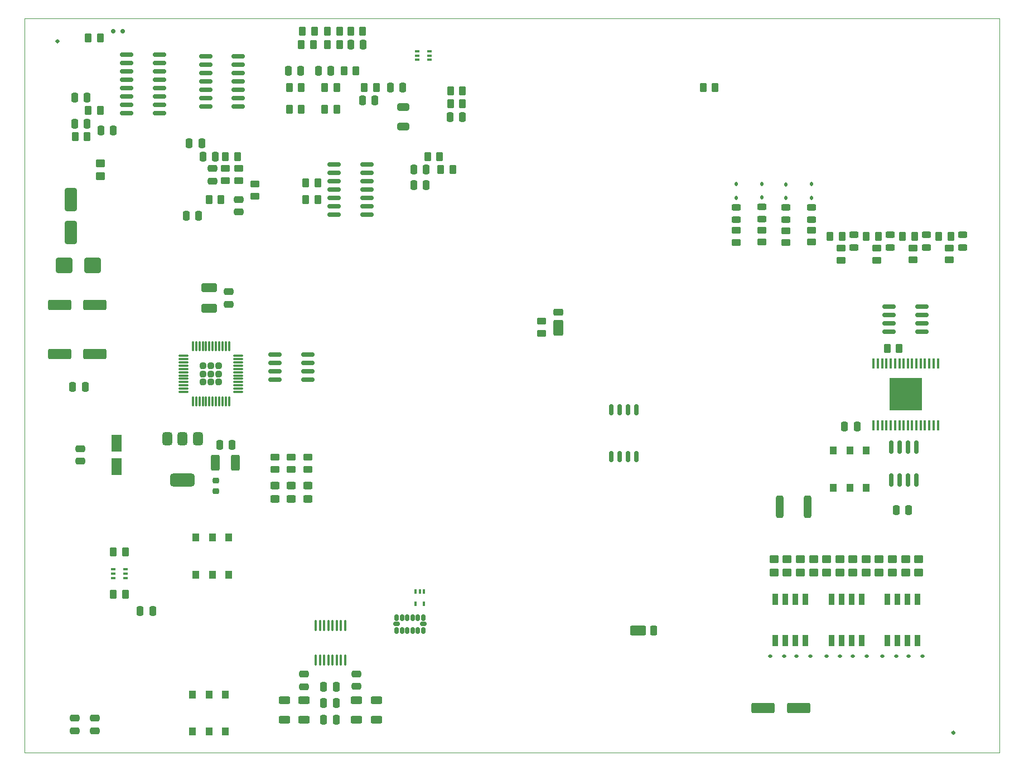
<source format=gbr>
%TF.GenerationSoftware,KiCad,Pcbnew,9.0.0*%
%TF.CreationDate,2025-08-01T10:40:34+02:00*%
%TF.ProjectId,ECU,4543552e-6b69-4636-9164-5f7063625858,0.3*%
%TF.SameCoordinates,Original*%
%TF.FileFunction,Paste,Top*%
%TF.FilePolarity,Positive*%
%FSLAX46Y46*%
G04 Gerber Fmt 4.6, Leading zero omitted, Abs format (unit mm)*
G04 Created by KiCad (PCBNEW 9.0.0) date 2025-08-01 10:40:34*
%MOMM*%
%LPD*%
G01*
G04 APERTURE LIST*
G04 Aperture macros list*
%AMRoundRect*
0 Rectangle with rounded corners*
0 $1 Rounding radius*
0 $2 $3 $4 $5 $6 $7 $8 $9 X,Y pos of 4 corners*
0 Add a 4 corners polygon primitive as box body*
4,1,4,$2,$3,$4,$5,$6,$7,$8,$9,$2,$3,0*
0 Add four circle primitives for the rounded corners*
1,1,$1+$1,$2,$3*
1,1,$1+$1,$4,$5*
1,1,$1+$1,$6,$7*
1,1,$1+$1,$8,$9*
0 Add four rect primitives between the rounded corners*
20,1,$1+$1,$2,$3,$4,$5,0*
20,1,$1+$1,$4,$5,$6,$7,0*
20,1,$1+$1,$6,$7,$8,$9,0*
20,1,$1+$1,$8,$9,$2,$3,0*%
G04 Aperture macros list end*
%ADD10RoundRect,0.250000X0.250000X0.475000X-0.250000X0.475000X-0.250000X-0.475000X0.250000X-0.475000X0*%
%ADD11RoundRect,0.242500X-0.242500X-0.242500X0.242500X-0.242500X0.242500X0.242500X-0.242500X0.242500X0*%
%ADD12RoundRect,0.075000X-0.662500X-0.075000X0.662500X-0.075000X0.662500X0.075000X-0.662500X0.075000X0*%
%ADD13RoundRect,0.075000X-0.075000X-0.662500X0.075000X-0.662500X0.075000X0.662500X-0.075000X0.662500X0*%
%ADD14RoundRect,0.250000X0.450000X-0.350000X0.450000X0.350000X-0.450000X0.350000X-0.450000X-0.350000X0*%
%ADD15RoundRect,0.250000X-1.500000X-0.550000X1.500000X-0.550000X1.500000X0.550000X-1.500000X0.550000X0*%
%ADD16RoundRect,0.243750X-0.456250X0.243750X-0.456250X-0.243750X0.456250X-0.243750X0.456250X0.243750X0*%
%ADD17R,1.000000X1.150000*%
%ADD18RoundRect,0.250000X0.450000X-0.325000X0.450000X0.325000X-0.450000X0.325000X-0.450000X-0.325000X0*%
%ADD19RoundRect,0.250000X-0.450000X0.262500X-0.450000X-0.262500X0.450000X-0.262500X0.450000X0.262500X0*%
%ADD20RoundRect,0.250000X0.262500X0.450000X-0.262500X0.450000X-0.262500X-0.450000X0.262500X-0.450000X0*%
%ADD21RoundRect,0.250000X-0.262500X-0.450000X0.262500X-0.450000X0.262500X0.450000X-0.262500X0.450000X0*%
%ADD22RoundRect,0.250000X0.650000X-1.500000X0.650000X1.500000X-0.650000X1.500000X-0.650000X-1.500000X0*%
%ADD23RoundRect,0.112500X-0.187500X-0.112500X0.187500X-0.112500X0.187500X0.112500X-0.187500X0.112500X0*%
%ADD24RoundRect,0.112500X0.187500X0.112500X-0.187500X0.112500X-0.187500X-0.112500X0.187500X-0.112500X0*%
%ADD25R,0.900000X1.700000*%
%ADD26RoundRect,0.250000X0.950000X0.500000X-0.950000X0.500000X-0.950000X-0.500000X0.950000X-0.500000X0*%
%ADD27RoundRect,0.250000X0.275000X0.500000X-0.275000X0.500000X-0.275000X-0.500000X0.275000X-0.500000X0*%
%ADD28RoundRect,0.250000X-0.420000X-0.945000X0.420000X-0.945000X0.420000X0.945000X-0.420000X0.945000X0*%
%ADD29RoundRect,0.250000X-0.475000X0.250000X-0.475000X-0.250000X0.475000X-0.250000X0.475000X0.250000X0*%
%ADD30RoundRect,0.250000X0.450000X-0.262500X0.450000X0.262500X-0.450000X0.262500X-0.450000X-0.262500X0*%
%ADD31RoundRect,0.100000X-0.225000X-0.100000X0.225000X-0.100000X0.225000X0.100000X-0.225000X0.100000X0*%
%ADD32RoundRect,0.150000X-0.825000X-0.150000X0.825000X-0.150000X0.825000X0.150000X-0.825000X0.150000X0*%
%ADD33RoundRect,0.250000X0.475000X-0.250000X0.475000X0.250000X-0.475000X0.250000X-0.475000X-0.250000X0*%
%ADD34RoundRect,0.250000X-0.250000X-0.475000X0.250000X-0.475000X0.250000X0.475000X-0.250000X0.475000X0*%
%ADD35RoundRect,0.250000X-0.450000X0.350000X-0.450000X-0.350000X0.450000X-0.350000X0.450000X0.350000X0*%
%ADD36RoundRect,0.150000X-0.150000X0.325000X-0.150000X-0.325000X0.150000X-0.325000X0.150000X0.325000X0*%
%ADD37RoundRect,0.150000X-0.325000X0.150000X-0.325000X-0.150000X0.325000X-0.150000X0.325000X0.150000X0*%
%ADD38RoundRect,0.250000X0.625000X-0.312500X0.625000X0.312500X-0.625000X0.312500X-0.625000X-0.312500X0*%
%ADD39RoundRect,0.112500X-0.112500X0.187500X-0.112500X-0.187500X0.112500X-0.187500X0.112500X0.187500X0*%
%ADD40RoundRect,0.162500X0.162500X-0.650000X0.162500X0.650000X-0.162500X0.650000X-0.162500X-0.650000X0*%
%ADD41RoundRect,0.375000X-0.375000X0.625000X-0.375000X-0.625000X0.375000X-0.625000X0.375000X0.625000X0*%
%ADD42RoundRect,0.500000X-1.400000X0.500000X-1.400000X-0.500000X1.400000X-0.500000X1.400000X0.500000X0*%
%ADD43RoundRect,0.250000X-0.500000X0.950000X-0.500000X-0.950000X0.500000X-0.950000X0.500000X0.950000X0*%
%ADD44RoundRect,0.250000X-0.500000X0.275000X-0.500000X-0.275000X0.500000X-0.275000X0.500000X0.275000X0*%
%ADD45R,0.431800X1.600200*%
%ADD46R,4.953000X4.953000*%
%ADD47RoundRect,0.218750X-0.256250X0.218750X-0.256250X-0.218750X0.256250X-0.218750X0.256250X0.218750X0*%
%ADD48RoundRect,0.150000X-0.150000X-0.200000X0.150000X-0.200000X0.150000X0.200000X-0.150000X0.200000X0*%
%ADD49RoundRect,0.250000X0.312500X1.450000X-0.312500X1.450000X-0.312500X-1.450000X0.312500X-1.450000X0*%
%ADD50RoundRect,0.100000X-0.100000X0.225000X-0.100000X-0.225000X0.100000X-0.225000X0.100000X0.225000X0*%
%ADD51RoundRect,0.250000X-0.625000X0.312500X-0.625000X-0.312500X0.625000X-0.312500X0.625000X0.312500X0*%
%ADD52RoundRect,0.150000X0.150000X-0.825000X0.150000X0.825000X-0.150000X0.825000X-0.150000X-0.825000X0*%
%ADD53RoundRect,0.100000X-0.100000X0.712500X-0.100000X-0.712500X0.100000X-0.712500X0.100000X0.712500X0*%
%ADD54RoundRect,0.250000X-0.945000X0.420000X-0.945000X-0.420000X0.945000X-0.420000X0.945000X0.420000X0*%
%ADD55RoundRect,0.250000X-0.550000X1.050000X-0.550000X-1.050000X0.550000X-1.050000X0.550000X1.050000X0*%
%ADD56RoundRect,0.250000X-0.650000X0.325000X-0.650000X-0.325000X0.650000X-0.325000X0.650000X0.325000X0*%
%ADD57RoundRect,0.150000X0.825000X0.150000X-0.825000X0.150000X-0.825000X-0.150000X0.825000X-0.150000X0*%
%ADD58RoundRect,0.250000X-1.000000X-0.900000X1.000000X-0.900000X1.000000X0.900000X-1.000000X0.900000X0*%
%ADD59C,0.350000*%
%TA.AperFunction,Profile*%
%ADD60C,0.050000*%
%TD*%
G04 APERTURE END LIST*
D10*
%TO.C,C10*%
X112315000Y-138500000D03*
X110415000Y-138500000D03*
%TD*%
D11*
%TO.C,U15*%
X92100000Y-84800000D03*
X92100000Y-86000000D03*
X92100000Y-87200000D03*
X93300000Y-84800000D03*
X93300000Y-86000000D03*
X93300000Y-87200000D03*
X94500000Y-84800000D03*
X94500000Y-86000000D03*
X94500000Y-87200000D03*
D12*
X89137500Y-83250000D03*
X89137500Y-83750000D03*
X89137500Y-84250000D03*
X89137500Y-84750000D03*
X89137500Y-85250000D03*
X89137500Y-85750000D03*
X89137500Y-86250000D03*
X89137500Y-86750000D03*
X89137500Y-87250000D03*
X89137500Y-87750000D03*
X89137500Y-88250000D03*
X89137500Y-88750000D03*
D13*
X90550000Y-90162500D03*
X91050000Y-90162500D03*
X91550000Y-90162500D03*
X92050000Y-90162500D03*
X92550000Y-90162500D03*
X93050000Y-90162500D03*
X93550000Y-90162500D03*
X94050000Y-90162500D03*
X94550000Y-90162500D03*
X95050000Y-90162500D03*
X95550000Y-90162500D03*
X96050000Y-90162500D03*
D12*
X97462500Y-88750000D03*
X97462500Y-88250000D03*
X97462500Y-87750000D03*
X97462500Y-87250000D03*
X97462500Y-86750000D03*
X97462500Y-86250000D03*
X97462500Y-85750000D03*
X97462500Y-85250000D03*
X97462500Y-84750000D03*
X97462500Y-84250000D03*
X97462500Y-83750000D03*
X97462500Y-83250000D03*
D13*
X96050000Y-81837500D03*
X95550000Y-81837500D03*
X95050000Y-81837500D03*
X94550000Y-81837500D03*
X94050000Y-81837500D03*
X93550000Y-81837500D03*
X93050000Y-81837500D03*
X92550000Y-81837500D03*
X92050000Y-81837500D03*
X91550000Y-81837500D03*
X91050000Y-81837500D03*
X90550000Y-81837500D03*
%TD*%
D14*
%TO.C,R54*%
X190765000Y-116150000D03*
X190765000Y-114150000D03*
%TD*%
D15*
%TO.C,C38*%
X70300000Y-83000000D03*
X75700000Y-83000000D03*
%TD*%
D16*
%TO.C,D19*%
X184500000Y-60675000D03*
X184500000Y-62550000D03*
%TD*%
D17*
%TO.C,SW1*%
X91000000Y-110850000D03*
X93500000Y-110850000D03*
X96000000Y-110850000D03*
X91000000Y-116500000D03*
X93500000Y-116500000D03*
X96000000Y-116500000D03*
%TD*%
D18*
%TO.C,D34*%
X108000000Y-105000000D03*
X108000000Y-102950000D03*
%TD*%
D16*
%TO.C,D18*%
X173000000Y-60704166D03*
X173000000Y-62579166D03*
%TD*%
D19*
%TO.C,R67*%
X105500000Y-98675000D03*
X105500000Y-100500000D03*
%TD*%
D20*
%TO.C,R47*%
X130000000Y-55000000D03*
X128175000Y-55000000D03*
%TD*%
D10*
%TO.C,C13*%
X131500000Y-47000000D03*
X129600000Y-47000000D03*
%TD*%
D21*
%TO.C,R50*%
X126175000Y-53000000D03*
X128000000Y-53000000D03*
%TD*%
D10*
%TO.C,C18*%
X74500000Y-44000000D03*
X72600000Y-44000000D03*
%TD*%
D22*
%TO.C,D33*%
X72000000Y-64500000D03*
X72000000Y-59500000D03*
%TD*%
D18*
%TO.C,D36*%
X103000000Y-105000000D03*
X103000000Y-102950000D03*
%TD*%
D21*
%TO.C,R43*%
X111000000Y-36000000D03*
X112825000Y-36000000D03*
%TD*%
D23*
%TO.C,D26*%
X186715000Y-128888500D03*
X188815000Y-128888500D03*
%TD*%
D24*
%TO.C,D30*%
X184315000Y-128888500D03*
X182215000Y-128888500D03*
%TD*%
D21*
%TO.C,R44*%
X110585000Y-42500000D03*
X112410000Y-42500000D03*
%TD*%
D10*
%TO.C,C20*%
X93950000Y-53000000D03*
X92050000Y-53000000D03*
%TD*%
D25*
%TO.C,IC2*%
X192060000Y-120238500D03*
X190530000Y-120238500D03*
X189000000Y-120238500D03*
X187470000Y-120238500D03*
X187470000Y-126538500D03*
X189000000Y-126538500D03*
X190530000Y-126538500D03*
X192060000Y-126538500D03*
%TD*%
D21*
%TO.C,R33*%
X95500000Y-53000000D03*
X97325000Y-53000000D03*
%TD*%
D15*
%TO.C,C31*%
X177100000Y-136738500D03*
X182500000Y-136738500D03*
%TD*%
D26*
%TO.C,D27*%
X158150000Y-125000000D03*
D27*
X160525000Y-125000000D03*
%TD*%
D28*
%TO.C,C36*%
X93960000Y-99500000D03*
X97040000Y-99500000D03*
%TD*%
D20*
%TO.C,R17*%
X197765000Y-82100000D03*
X195940000Y-82100000D03*
%TD*%
D29*
%TO.C,C6*%
X115415000Y-131550000D03*
X115415000Y-133450000D03*
%TD*%
D30*
%TO.C,R10*%
X194400000Y-68725000D03*
X194400000Y-66900000D03*
%TD*%
D29*
%TO.C,C32*%
X96000000Y-73520000D03*
X96000000Y-75420000D03*
%TD*%
D20*
%TO.C,R31*%
X76500000Y-46000000D03*
X74675000Y-46000000D03*
%TD*%
D17*
%TO.C,SW2*%
X90500000Y-134675000D03*
X93000000Y-134675000D03*
X95500000Y-134675000D03*
X90500000Y-140325000D03*
X93000000Y-140325000D03*
X95500000Y-140325000D03*
%TD*%
D31*
%TO.C,Q2*%
X124600000Y-37000000D03*
X124600000Y-37650000D03*
X124600000Y-38300000D03*
X126500000Y-38300000D03*
X126500000Y-37650000D03*
X126500000Y-37000000D03*
%TD*%
D21*
%TO.C,R11*%
X192787500Y-65100000D03*
X194612500Y-65100000D03*
%TD*%
D19*
%TO.C,R13*%
X176900000Y-64145833D03*
X176900000Y-65970833D03*
%TD*%
D29*
%TO.C,C21*%
X97500000Y-59500000D03*
X97500000Y-61400000D03*
%TD*%
D32*
%TO.C,U14*%
X112025000Y-54190000D03*
X112025000Y-55460000D03*
X112025000Y-56730000D03*
X112025000Y-58000000D03*
X112025000Y-59270000D03*
X112025000Y-60540000D03*
X112025000Y-61810000D03*
X116975000Y-61810000D03*
X116975000Y-60540000D03*
X116975000Y-59270000D03*
X116975000Y-58000000D03*
X116975000Y-56730000D03*
X116975000Y-55460000D03*
X116975000Y-54190000D03*
%TD*%
D17*
%TO.C,SW4*%
X187765000Y-97650000D03*
X190265000Y-97650000D03*
X192765000Y-97650000D03*
X187765000Y-103300000D03*
X190265000Y-103300000D03*
X192765000Y-103300000D03*
%TD*%
D33*
%TO.C,C4*%
X75650000Y-140205000D03*
X75650000Y-138305000D03*
%TD*%
D16*
%TO.C,D5*%
X176900000Y-60645833D03*
X176900000Y-62520833D03*
%TD*%
D25*
%TO.C,IC4*%
X200560000Y-120238500D03*
X199030000Y-120238500D03*
X197500000Y-120238500D03*
X195970000Y-120238500D03*
X195970000Y-126538500D03*
X197500000Y-126538500D03*
X199030000Y-126538500D03*
X200560000Y-126538500D03*
%TD*%
D21*
%TO.C,R16*%
X203800000Y-65100000D03*
X205625000Y-65100000D03*
%TD*%
D34*
%TO.C,C40*%
X72300000Y-88000000D03*
X74200000Y-88000000D03*
%TD*%
D21*
%TO.C,R32*%
X74675000Y-35000000D03*
X76500000Y-35000000D03*
%TD*%
%TO.C,R51*%
X129675000Y-43000000D03*
X131500000Y-43000000D03*
%TD*%
D16*
%TO.C,D2*%
X196400000Y-64900000D03*
X196400000Y-66775000D03*
%TD*%
D30*
%TO.C,R35*%
X95500000Y-56650000D03*
X95500000Y-54825000D03*
%TD*%
D14*
%TO.C,R61*%
X194750000Y-116150000D03*
X194750000Y-114150000D03*
%TD*%
%TO.C,R60*%
X200750000Y-116150000D03*
X200750000Y-114150000D03*
%TD*%
D35*
%TO.C,R65*%
X196750000Y-114150000D03*
X196750000Y-116150000D03*
%TD*%
D14*
%TO.C,R53*%
X188765000Y-116150000D03*
X188765000Y-114150000D03*
%TD*%
D21*
%TO.C,R46*%
X110585000Y-45850000D03*
X112410000Y-45850000D03*
%TD*%
D29*
%TO.C,C37*%
X73500000Y-97350000D03*
X73500000Y-99250000D03*
%TD*%
D21*
%TO.C,R42*%
X116587500Y-42500000D03*
X118412500Y-42500000D03*
%TD*%
D19*
%TO.C,R21*%
X184500000Y-64175000D03*
X184500000Y-66000000D03*
%TD*%
D35*
%TO.C,R62*%
X178765000Y-114150000D03*
X178765000Y-116150000D03*
%TD*%
D30*
%TO.C,R9*%
X199900000Y-68712500D03*
X199900000Y-66887500D03*
%TD*%
D36*
%TO.C,U4*%
X125500000Y-123000000D03*
X124700000Y-123000000D03*
X123900000Y-123000000D03*
X123100000Y-123000000D03*
X122300000Y-123000000D03*
X121500000Y-123000000D03*
D37*
X121500000Y-124000000D03*
D36*
X121500000Y-125000000D03*
X122300000Y-125000000D03*
X123100000Y-125000000D03*
X123900000Y-125000000D03*
X124700000Y-125000000D03*
X125500000Y-125000000D03*
D37*
X125500000Y-124000000D03*
%TD*%
D38*
%TO.C,R6*%
X115415000Y-138500000D03*
X115415000Y-135575000D03*
%TD*%
D14*
%TO.C,R58*%
X180765000Y-116150000D03*
X180765000Y-114150000D03*
%TD*%
D24*
%TO.C,D25*%
X192815000Y-128888500D03*
X190715000Y-128888500D03*
%TD*%
D21*
%TO.C,R27*%
X72675000Y-50000000D03*
X74500000Y-50000000D03*
%TD*%
D16*
%TO.C,D1*%
X201900000Y-64900000D03*
X201900000Y-66775000D03*
%TD*%
D31*
%TO.C,Q1*%
X78450000Y-115700000D03*
X78450000Y-116350000D03*
X78450000Y-117000000D03*
X80350000Y-117000000D03*
X80350000Y-116350000D03*
X80350000Y-115700000D03*
%TD*%
D21*
%TO.C,R3*%
X78487500Y-113000000D03*
X80312500Y-113000000D03*
%TD*%
D39*
%TO.C,D11*%
X180600000Y-57208333D03*
X180600000Y-59308333D03*
%TD*%
D35*
%TO.C,R28*%
X76500000Y-54000000D03*
X76500000Y-56000000D03*
%TD*%
D34*
%TO.C,C29*%
X124100000Y-57315000D03*
X126000000Y-57315000D03*
%TD*%
D38*
%TO.C,R7*%
X107415000Y-138500000D03*
X107415000Y-135575000D03*
%TD*%
D34*
%TO.C,C11*%
X197315000Y-106650000D03*
X199215000Y-106650000D03*
%TD*%
D19*
%TO.C,R69*%
X143500000Y-78000000D03*
X143500000Y-79825000D03*
%TD*%
D16*
%TO.C,D22*%
X207400000Y-64900000D03*
X207400000Y-66775000D03*
%TD*%
D40*
%TO.C,U17*%
X154095000Y-98587500D03*
X155365000Y-98587500D03*
X156635000Y-98587500D03*
X157905000Y-98587500D03*
X157905000Y-91412500D03*
X156635000Y-91412500D03*
X155365000Y-91412500D03*
X154095000Y-91412500D03*
%TD*%
D14*
%TO.C,R55*%
X186765000Y-116150000D03*
X186765000Y-114150000D03*
%TD*%
D10*
%TO.C,C23*%
X116400000Y-36000000D03*
X114500000Y-36000000D03*
%TD*%
D21*
%TO.C,R57*%
X168000000Y-42500000D03*
X169825000Y-42500000D03*
%TD*%
D41*
%TO.C,Q3*%
X91300000Y-95850000D03*
X89000000Y-95850000D03*
D42*
X89000000Y-102150000D03*
D41*
X86700000Y-95850000D03*
%TD*%
D43*
%TO.C,D37*%
X146000000Y-79000000D03*
D44*
X146000000Y-76625000D03*
%TD*%
D32*
%TO.C,U12*%
X92500000Y-37730000D03*
X92500000Y-39000000D03*
X92500000Y-40270000D03*
X92500000Y-41540000D03*
X92500000Y-42810000D03*
X92500000Y-44080000D03*
X92500000Y-45350000D03*
X97450000Y-45350000D03*
X97450000Y-44080000D03*
X97450000Y-42810000D03*
X97450000Y-41540000D03*
X97450000Y-40270000D03*
X97450000Y-39000000D03*
X97450000Y-37730000D03*
%TD*%
D21*
%TO.C,R38*%
X111000000Y-34000000D03*
X112825000Y-34000000D03*
%TD*%
%TO.C,R14*%
X187292500Y-65100000D03*
X189117500Y-65100000D03*
%TD*%
D34*
%TO.C,C34*%
X94590000Y-96787500D03*
X96490000Y-96787500D03*
%TD*%
D23*
%TO.C,D31*%
X178215000Y-128888500D03*
X180315000Y-128888500D03*
%TD*%
D45*
%TO.C,U7*%
X203641800Y-84401000D03*
X202981400Y-84401000D03*
X202346400Y-84401000D03*
X201686000Y-84401000D03*
X201051000Y-84401000D03*
X200390600Y-84401000D03*
X199730200Y-84401000D03*
X199095200Y-84401000D03*
X198434800Y-84401000D03*
X197799800Y-84401000D03*
X197139400Y-84401000D03*
X196479000Y-84401000D03*
X195844000Y-84401000D03*
X195183600Y-84401000D03*
X194548600Y-84401000D03*
X193888200Y-84401000D03*
X193888200Y-93799000D03*
X194548600Y-93799000D03*
X195183600Y-93799000D03*
X195844000Y-93799000D03*
X196479000Y-93799000D03*
X197139400Y-93799000D03*
X197799800Y-93799000D03*
X198434800Y-93799000D03*
X199095200Y-93799000D03*
X199730200Y-93799000D03*
X200390600Y-93799000D03*
X201051000Y-93799000D03*
X201686000Y-93799000D03*
X202346400Y-93799000D03*
X202981400Y-93799000D03*
X203641800Y-93799000D03*
D46*
X198765000Y-89100000D03*
%TD*%
D21*
%TO.C,R29*%
X129675000Y-45000000D03*
X131500000Y-45000000D03*
%TD*%
%TO.C,R12*%
X198287500Y-65100000D03*
X200112500Y-65100000D03*
%TD*%
%TO.C,R41*%
X105175000Y-45850000D03*
X107000000Y-45850000D03*
%TD*%
D18*
%TO.C,D35*%
X105500000Y-105000000D03*
X105500000Y-102950000D03*
%TD*%
D39*
%TO.C,D15*%
X184500000Y-57150000D03*
X184500000Y-59250000D03*
%TD*%
D21*
%TO.C,R4*%
X78487500Y-119500000D03*
X80312500Y-119500000D03*
%TD*%
%TO.C,R39*%
X105175000Y-42500000D03*
X107000000Y-42500000D03*
%TD*%
D33*
%TO.C,C24*%
X93500000Y-56725000D03*
X93500000Y-54825000D03*
%TD*%
D19*
%TO.C,R66*%
X108000000Y-98675000D03*
X108000000Y-100500000D03*
%TD*%
%TO.C,R20*%
X173000000Y-64204166D03*
X173000000Y-66029166D03*
%TD*%
D24*
%TO.C,D28*%
X201315000Y-128888500D03*
X199215000Y-128888500D03*
%TD*%
D25*
%TO.C,IC3*%
X183560000Y-120238500D03*
X182030000Y-120238500D03*
X180500000Y-120238500D03*
X178970000Y-120238500D03*
X178970000Y-126538500D03*
X180500000Y-126538500D03*
X182030000Y-126538500D03*
X183560000Y-126538500D03*
%TD*%
D21*
%TO.C,R45*%
X107000000Y-36000000D03*
X108825000Y-36000000D03*
%TD*%
D10*
%TO.C,C3*%
X84450000Y-122000000D03*
X82550000Y-122000000D03*
%TD*%
D47*
%TO.C,F2*%
X94000000Y-102212500D03*
X94000000Y-103787500D03*
%TD*%
D21*
%TO.C,R40*%
X107175000Y-34000000D03*
X109000000Y-34000000D03*
%TD*%
D30*
%TO.C,R23*%
X188950000Y-68725000D03*
X188950000Y-66900000D03*
%TD*%
D29*
%TO.C,C5*%
X72600000Y-138305000D03*
X72600000Y-140205000D03*
%TD*%
D30*
%TO.C,R36*%
X100000000Y-59000000D03*
X100000000Y-57175000D03*
%TD*%
D34*
%TO.C,C30*%
X124100000Y-55000000D03*
X126000000Y-55000000D03*
%TD*%
D21*
%TO.C,R52*%
X107675000Y-59500000D03*
X109500000Y-59500000D03*
%TD*%
D30*
%TO.C,R34*%
X97500000Y-56650000D03*
X97500000Y-54825000D03*
%TD*%
D20*
%TO.C,R30*%
X94825000Y-59500000D03*
X93000000Y-59500000D03*
%TD*%
D10*
%TO.C,C7*%
X112315000Y-133500000D03*
X110415000Y-133500000D03*
%TD*%
D48*
%TO.C,D3*%
X79900000Y-34000000D03*
X78500000Y-34000000D03*
%TD*%
D34*
%TO.C,C41*%
X109600000Y-40000000D03*
X111500000Y-40000000D03*
%TD*%
D30*
%TO.C,R15*%
X180600000Y-66058333D03*
X180600000Y-64233333D03*
%TD*%
D10*
%TO.C,C14*%
X74500000Y-48000000D03*
X72600000Y-48000000D03*
%TD*%
D49*
%TO.C,F1*%
X183902500Y-106150000D03*
X179627500Y-106150000D03*
%TD*%
D10*
%TO.C,C15*%
X91450000Y-62000000D03*
X89550000Y-62000000D03*
%TD*%
D16*
%TO.C,D7*%
X180600000Y-60733333D03*
X180600000Y-62608333D03*
%TD*%
D10*
%TO.C,C9*%
X112315000Y-136000000D03*
X110415000Y-136000000D03*
%TD*%
D34*
%TO.C,C12*%
X189500000Y-94000000D03*
X191400000Y-94000000D03*
%TD*%
D39*
%TO.C,D13*%
X173000000Y-57179166D03*
X173000000Y-59279166D03*
%TD*%
D35*
%TO.C,R63*%
X184765000Y-114150000D03*
X184765000Y-116150000D03*
%TD*%
%TO.C,R56*%
X192765000Y-114150000D03*
X192765000Y-116150000D03*
%TD*%
D14*
%TO.C,R64*%
X198750000Y-116150000D03*
X198750000Y-114150000D03*
%TD*%
D50*
%TO.C,U3*%
X125650000Y-119050000D03*
X125000000Y-119050000D03*
X124350000Y-119050000D03*
X124350000Y-120950000D03*
X125650000Y-120950000D03*
%TD*%
D30*
%TO.C,R24*%
X205400000Y-68712500D03*
X205400000Y-66887500D03*
%TD*%
D16*
%TO.C,D21*%
X190900000Y-64900000D03*
X190900000Y-66775000D03*
%TD*%
D51*
%TO.C,R5*%
X118415000Y-135575000D03*
X118415000Y-138500000D03*
%TD*%
D34*
%TO.C,C28*%
X116300000Y-44500000D03*
X118200000Y-44500000D03*
%TD*%
D20*
%TO.C,R37*%
X116325000Y-34000000D03*
X114500000Y-34000000D03*
%TD*%
D10*
%TO.C,C16*%
X106950000Y-40000000D03*
X105050000Y-40000000D03*
%TD*%
D52*
%TO.C,U9*%
X196562500Y-102100000D03*
X197832500Y-102100000D03*
X199102500Y-102100000D03*
X200372500Y-102100000D03*
X200372500Y-97150000D03*
X199102500Y-97150000D03*
X197832500Y-97150000D03*
X196562500Y-97150000D03*
%TD*%
D53*
%TO.C,IC1*%
X113675000Y-124225000D03*
X113040000Y-124225000D03*
X112405000Y-124225000D03*
X111770000Y-124225000D03*
X111135000Y-124225000D03*
X110500000Y-124225000D03*
X109865000Y-124225000D03*
X109230000Y-124225000D03*
X109230000Y-129500000D03*
X109865000Y-129500000D03*
X110500000Y-129500000D03*
X111135000Y-129500000D03*
X111770000Y-129500000D03*
X112405000Y-129500000D03*
X113040000Y-129500000D03*
X113675000Y-129500000D03*
%TD*%
D21*
%TO.C,R49*%
X107675000Y-57000000D03*
X109500000Y-57000000D03*
%TD*%
D38*
%TO.C,R8*%
X104415000Y-138500000D03*
X104415000Y-135575000D03*
%TD*%
D19*
%TO.C,R68*%
X103000000Y-98675000D03*
X103000000Y-100500000D03*
%TD*%
D54*
%TO.C,C33*%
X93000000Y-72920000D03*
X93000000Y-76000000D03*
%TD*%
D55*
%TO.C,C35*%
X79000000Y-96500000D03*
X79000000Y-100100000D03*
%TD*%
D56*
%TO.C,C27*%
X122500000Y-45500000D03*
X122500000Y-48450000D03*
%TD*%
D57*
%TO.C,U16*%
X107975000Y-86905000D03*
X107975000Y-85635000D03*
X107975000Y-84365000D03*
X107975000Y-83095000D03*
X103025000Y-83095000D03*
X103025000Y-84365000D03*
X103025000Y-85635000D03*
X103025000Y-86905000D03*
%TD*%
D33*
%TO.C,C8*%
X107415000Y-133500000D03*
X107415000Y-131600000D03*
%TD*%
D58*
%TO.C,D32*%
X71050000Y-69500000D03*
X75350000Y-69500000D03*
%TD*%
D57*
%TO.C,U5*%
X201215000Y-79600000D03*
X201215000Y-78330000D03*
X201215000Y-77060000D03*
X201215000Y-75790000D03*
X196265000Y-75790000D03*
X196265000Y-77060000D03*
X196265000Y-78330000D03*
X196265000Y-79600000D03*
%TD*%
D20*
%TO.C,R70*%
X115325000Y-40000000D03*
X113500000Y-40000000D03*
%TD*%
D10*
%TO.C,C17*%
X78500000Y-49000000D03*
X76600000Y-49000000D03*
%TD*%
D14*
%TO.C,R59*%
X182765000Y-116150000D03*
X182765000Y-114150000D03*
%TD*%
D15*
%TO.C,C39*%
X70300000Y-75500000D03*
X75700000Y-75500000D03*
%TD*%
D34*
%TO.C,C26*%
X120500000Y-42500000D03*
X122400000Y-42500000D03*
%TD*%
D39*
%TO.C,D9*%
X176900000Y-57120833D03*
X176900000Y-59220833D03*
%TD*%
D23*
%TO.C,D29*%
X195215000Y-128888500D03*
X197315000Y-128888500D03*
%TD*%
D32*
%TO.C,U13*%
X80525000Y-37555000D03*
X80525000Y-38825000D03*
X80525000Y-40095000D03*
X80525000Y-41365000D03*
X80525000Y-42635000D03*
X80525000Y-43905000D03*
X80525000Y-45175000D03*
X80525000Y-46445000D03*
X85475000Y-46445000D03*
X85475000Y-45175000D03*
X85475000Y-43905000D03*
X85475000Y-42635000D03*
X85475000Y-41365000D03*
X85475000Y-40095000D03*
X85475000Y-38825000D03*
X85475000Y-37555000D03*
%TD*%
D34*
%TO.C,C25*%
X90000000Y-51000000D03*
X91900000Y-51000000D03*
%TD*%
D59*
X70175000Y-35500000D02*
G75*
G02*
X69825000Y-35500000I-175000J0D01*
G01*
X69825000Y-35500000D02*
G75*
G02*
X70175000Y-35500000I175000J0D01*
G01*
X206175000Y-140500000D02*
G75*
G02*
X205825000Y-140500000I-175000J0D01*
G01*
X205825000Y-140500000D02*
G75*
G02*
X206175000Y-140500000I175000J0D01*
G01*
D60*
X65000000Y-32000000D02*
X213000000Y-32000000D01*
X213000000Y-143500000D01*
X65000000Y-143500000D01*
X65000000Y-32000000D01*
M02*

</source>
